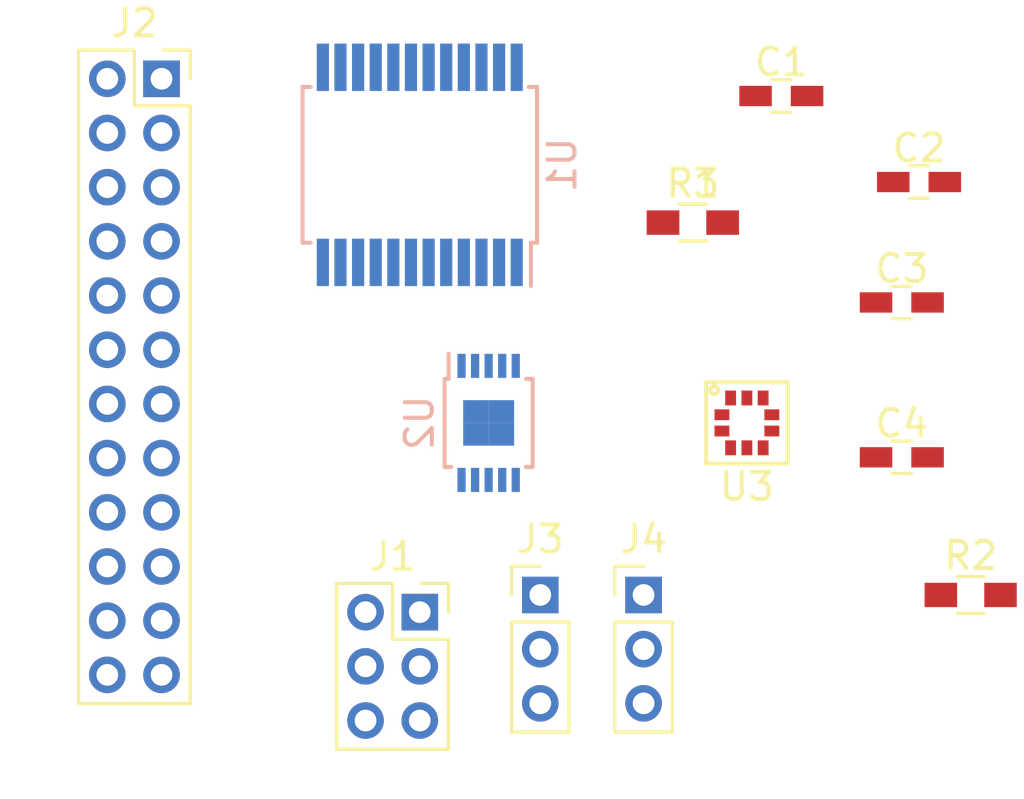
<source format=kicad_pcb>
(kicad_pcb (version 4) (host pcbnew 4.0.6)

  (general
    (links 51)
    (no_connects 51)
    (area 122.871667 96.645 160.925001 126.515)
    (thickness 1.6)
    (drawings 0)
    (tracks 0)
    (zones 0)
    (modules 14)
    (nets 44)
  )

  (page A4)
  (layers
    (0 F.Cu signal)
    (31 B.Cu signal)
    (32 B.Adhes user)
    (33 F.Adhes user)
    (34 B.Paste user)
    (35 F.Paste user)
    (36 B.SilkS user)
    (37 F.SilkS user)
    (38 B.Mask user)
    (39 F.Mask user)
    (40 Dwgs.User user)
    (41 Cmts.User user)
    (42 Eco1.User user)
    (43 Eco2.User user)
    (44 Edge.Cuts user)
    (45 Margin user)
    (46 B.CrtYd user)
    (47 F.CrtYd user)
    (48 B.Fab user)
    (49 F.Fab user)
  )

  (setup
    (last_trace_width 0.25)
    (trace_clearance 0.2)
    (zone_clearance 0.508)
    (zone_45_only no)
    (trace_min 0.2)
    (segment_width 0.2)
    (edge_width 0.1)
    (via_size 0.6)
    (via_drill 0.4)
    (via_min_size 0.4)
    (via_min_drill 0.3)
    (uvia_size 0.3)
    (uvia_drill 0.1)
    (uvias_allowed no)
    (uvia_min_size 0.2)
    (uvia_min_drill 0.1)
    (pcb_text_width 0.3)
    (pcb_text_size 1.5 1.5)
    (mod_edge_width 0.15)
    (mod_text_size 1 1)
    (mod_text_width 0.15)
    (pad_size 1.5 1.5)
    (pad_drill 0.6)
    (pad_to_mask_clearance 0)
    (aux_axis_origin 0 0)
    (visible_elements 7FFFFFFF)
    (pcbplotparams
      (layerselection 0x00030_80000001)
      (usegerberextensions false)
      (excludeedgelayer true)
      (linewidth 0.100000)
      (plotframeref false)
      (viasonmask false)
      (mode 1)
      (useauxorigin false)
      (hpglpennumber 1)
      (hpglpenspeed 20)
      (hpglpendiameter 15)
      (hpglpenoverlay 2)
      (psnegative false)
      (psa4output false)
      (plotreference true)
      (plotvalue true)
      (plotinvisibletext false)
      (padsonsilk false)
      (subtractmaskfromsilk false)
      (outputformat 1)
      (mirror false)
      (drillshape 1)
      (scaleselection 1)
      (outputdirectory ""))
  )

  (net 0 "")
  (net 1 "Net-(C1-Pad1)")
  (net 2 GND)
  (net 3 "Net-(C2-Pad1)")
  (net 4 /3V3)
  (net 5 "Net-(C4-Pad2)")
  (net 6 "Net-(J1-Pad3)")
  (net 7 "Net-(J1-Pad4)")
  (net 8 /VIN)
  (net 9 /5V)
  (net 10 /IO0)
  (net 11 /IO1)
  (net 12 /IO2)
  (net 13 /SDA)
  (net 14 /SCL)
  (net 15 /MOSI)
  (net 16 /MISO)
  (net 17 /SCK)
  (net 18 "Net-(J3-Pad2)")
  (net 19 "Net-(J4-Pad2)")
  (net 20 "Net-(R1-Pad1)")
  (net 21 "Net-(R2-Pad1)")
  (net 22 "Net-(R3-Pad2)")
  (net 23 "Net-(U1-Pad1)")
  (net 24 "Net-(U1-Pad2)")
  (net 25 "Net-(U1-Pad3)")
  (net 26 "Net-(U1-Pad4)")
  (net 27 "Net-(U1-Pad5)")
  (net 28 /IRQ)
  (net 29 /D0)
  (net 30 /D1)
  (net 31 /D2)
  (net 32 /D3)
  (net 33 "Net-(U1-Pad19)")
  (net 34 "Net-(U1-Pad20)")
  (net 35 "Net-(U1-Pad21)")
  (net 36 "Net-(U1-Pad22)")
  (net 37 "Net-(U1-Pad24)")
  (net 38 "Net-(U2-Pad2)")
  (net 39 /A0)
  (net 40 /A1)
  (net 41 /A2)
  (net 42 /A3)
  (net 43 "Net-(U3-Pad7)")

  (net_class Default "This is the default net class."
    (clearance 0.2)
    (trace_width 0.25)
    (via_dia 0.6)
    (via_drill 0.4)
    (uvia_dia 0.3)
    (uvia_drill 0.1)
    (add_net /3V3)
    (add_net /5V)
    (add_net /A0)
    (add_net /A1)
    (add_net /A2)
    (add_net /A3)
    (add_net /D0)
    (add_net /D1)
    (add_net /D2)
    (add_net /D3)
    (add_net /IO0)
    (add_net /IO1)
    (add_net /IO2)
    (add_net /IRQ)
    (add_net /MISO)
    (add_net /MOSI)
    (add_net /SCK)
    (add_net /SCL)
    (add_net /SDA)
    (add_net /VIN)
    (add_net GND)
    (add_net "Net-(C1-Pad1)")
    (add_net "Net-(C2-Pad1)")
    (add_net "Net-(C4-Pad2)")
    (add_net "Net-(J1-Pad3)")
    (add_net "Net-(J1-Pad4)")
    (add_net "Net-(J3-Pad2)")
    (add_net "Net-(J4-Pad2)")
    (add_net "Net-(R1-Pad1)")
    (add_net "Net-(R2-Pad1)")
    (add_net "Net-(R3-Pad2)")
    (add_net "Net-(U1-Pad1)")
    (add_net "Net-(U1-Pad19)")
    (add_net "Net-(U1-Pad2)")
    (add_net "Net-(U1-Pad20)")
    (add_net "Net-(U1-Pad21)")
    (add_net "Net-(U1-Pad22)")
    (add_net "Net-(U1-Pad24)")
    (add_net "Net-(U1-Pad3)")
    (add_net "Net-(U1-Pad4)")
    (add_net "Net-(U1-Pad5)")
    (add_net "Net-(U2-Pad2)")
    (add_net "Net-(U3-Pad7)")
  )

  (module Capacitors_SMD:C_0603_HandSoldering (layer F.Cu) (tedit 58AA848B) (tstamp 59385D50)
    (at 151.765 100.33)
    (descr "Capacitor SMD 0603, hand soldering")
    (tags "capacitor 0603")
    (path /593739F6)
    (attr smd)
    (fp_text reference C1 (at 0 -1.25) (layer F.SilkS)
      (effects (font (size 1 1) (thickness 0.15)))
    )
    (fp_text value 0.1u (at 0 1.5) (layer F.Fab)
      (effects (font (size 1 1) (thickness 0.15)))
    )
    (fp_text user %R (at 0 -1.25) (layer F.Fab)
      (effects (font (size 1 1) (thickness 0.15)))
    )
    (fp_line (start -0.8 0.4) (end -0.8 -0.4) (layer F.Fab) (width 0.1))
    (fp_line (start 0.8 0.4) (end -0.8 0.4) (layer F.Fab) (width 0.1))
    (fp_line (start 0.8 -0.4) (end 0.8 0.4) (layer F.Fab) (width 0.1))
    (fp_line (start -0.8 -0.4) (end 0.8 -0.4) (layer F.Fab) (width 0.1))
    (fp_line (start -0.35 -0.6) (end 0.35 -0.6) (layer F.SilkS) (width 0.12))
    (fp_line (start 0.35 0.6) (end -0.35 0.6) (layer F.SilkS) (width 0.12))
    (fp_line (start -1.8 -0.65) (end 1.8 -0.65) (layer F.CrtYd) (width 0.05))
    (fp_line (start -1.8 -0.65) (end -1.8 0.65) (layer F.CrtYd) (width 0.05))
    (fp_line (start 1.8 0.65) (end 1.8 -0.65) (layer F.CrtYd) (width 0.05))
    (fp_line (start 1.8 0.65) (end -1.8 0.65) (layer F.CrtYd) (width 0.05))
    (pad 1 smd rect (at -0.95 0) (size 1.2 0.75) (layers F.Cu F.Paste F.Mask)
      (net 1 "Net-(C1-Pad1)"))
    (pad 2 smd rect (at 0.95 0) (size 1.2 0.75) (layers F.Cu F.Paste F.Mask)
      (net 2 GND))
    (model Capacitors_SMD.3dshapes/C_0603.wrl
      (at (xyz 0 0 0))
      (scale (xyz 1 1 1))
      (rotate (xyz 0 0 0))
    )
  )

  (module Capacitors_SMD:C_0603_HandSoldering (layer F.Cu) (tedit 58AA848B) (tstamp 59385D56)
    (at 156.845 103.505)
    (descr "Capacitor SMD 0603, hand soldering")
    (tags "capacitor 0603")
    (path /59373AAD)
    (attr smd)
    (fp_text reference C2 (at 0 -1.25) (layer F.SilkS)
      (effects (font (size 1 1) (thickness 0.15)))
    )
    (fp_text value 0.1u (at 0 1.5) (layer F.Fab)
      (effects (font (size 1 1) (thickness 0.15)))
    )
    (fp_text user %R (at 0 -1.25) (layer F.Fab)
      (effects (font (size 1 1) (thickness 0.15)))
    )
    (fp_line (start -0.8 0.4) (end -0.8 -0.4) (layer F.Fab) (width 0.1))
    (fp_line (start 0.8 0.4) (end -0.8 0.4) (layer F.Fab) (width 0.1))
    (fp_line (start 0.8 -0.4) (end 0.8 0.4) (layer F.Fab) (width 0.1))
    (fp_line (start -0.8 -0.4) (end 0.8 -0.4) (layer F.Fab) (width 0.1))
    (fp_line (start -0.35 -0.6) (end 0.35 -0.6) (layer F.SilkS) (width 0.12))
    (fp_line (start 0.35 0.6) (end -0.35 0.6) (layer F.SilkS) (width 0.12))
    (fp_line (start -1.8 -0.65) (end 1.8 -0.65) (layer F.CrtYd) (width 0.05))
    (fp_line (start -1.8 -0.65) (end -1.8 0.65) (layer F.CrtYd) (width 0.05))
    (fp_line (start 1.8 0.65) (end 1.8 -0.65) (layer F.CrtYd) (width 0.05))
    (fp_line (start 1.8 0.65) (end -1.8 0.65) (layer F.CrtYd) (width 0.05))
    (pad 1 smd rect (at -0.95 0) (size 1.2 0.75) (layers F.Cu F.Paste F.Mask)
      (net 3 "Net-(C2-Pad1)"))
    (pad 2 smd rect (at 0.95 0) (size 1.2 0.75) (layers F.Cu F.Paste F.Mask)
      (net 2 GND))
    (model Capacitors_SMD.3dshapes/C_0603.wrl
      (at (xyz 0 0 0))
      (scale (xyz 1 1 1))
      (rotate (xyz 0 0 0))
    )
  )

  (module Capacitors_SMD:C_0603_HandSoldering (layer F.Cu) (tedit 58AA848B) (tstamp 59385D5C)
    (at 156.21 107.95)
    (descr "Capacitor SMD 0603, hand soldering")
    (tags "capacitor 0603")
    (path /5937178D)
    (attr smd)
    (fp_text reference C3 (at 0 -1.25) (layer F.SilkS)
      (effects (font (size 1 1) (thickness 0.15)))
    )
    (fp_text value 0.1u (at 0 1.5) (layer F.Fab)
      (effects (font (size 1 1) (thickness 0.15)))
    )
    (fp_text user %R (at 0 -1.25) (layer F.Fab)
      (effects (font (size 1 1) (thickness 0.15)))
    )
    (fp_line (start -0.8 0.4) (end -0.8 -0.4) (layer F.Fab) (width 0.1))
    (fp_line (start 0.8 0.4) (end -0.8 0.4) (layer F.Fab) (width 0.1))
    (fp_line (start 0.8 -0.4) (end 0.8 0.4) (layer F.Fab) (width 0.1))
    (fp_line (start -0.8 -0.4) (end 0.8 -0.4) (layer F.Fab) (width 0.1))
    (fp_line (start -0.35 -0.6) (end 0.35 -0.6) (layer F.SilkS) (width 0.12))
    (fp_line (start 0.35 0.6) (end -0.35 0.6) (layer F.SilkS) (width 0.12))
    (fp_line (start -1.8 -0.65) (end 1.8 -0.65) (layer F.CrtYd) (width 0.05))
    (fp_line (start -1.8 -0.65) (end -1.8 0.65) (layer F.CrtYd) (width 0.05))
    (fp_line (start 1.8 0.65) (end 1.8 -0.65) (layer F.CrtYd) (width 0.05))
    (fp_line (start 1.8 0.65) (end -1.8 0.65) (layer F.CrtYd) (width 0.05))
    (pad 1 smd rect (at -0.95 0) (size 1.2 0.75) (layers F.Cu F.Paste F.Mask)
      (net 4 /3V3))
    (pad 2 smd rect (at 0.95 0) (size 1.2 0.75) (layers F.Cu F.Paste F.Mask)
      (net 2 GND))
    (model Capacitors_SMD.3dshapes/C_0603.wrl
      (at (xyz 0 0 0))
      (scale (xyz 1 1 1))
      (rotate (xyz 0 0 0))
    )
  )

  (module Capacitors_SMD:C_0603_HandSoldering (layer F.Cu) (tedit 58AA848B) (tstamp 59385D62)
    (at 156.21 113.665)
    (descr "Capacitor SMD 0603, hand soldering")
    (tags "capacitor 0603")
    (path /5937425B)
    (attr smd)
    (fp_text reference C4 (at 0 -1.25) (layer F.SilkS)
      (effects (font (size 1 1) (thickness 0.15)))
    )
    (fp_text value 0.1u (at 0 1.5) (layer F.Fab)
      (effects (font (size 1 1) (thickness 0.15)))
    )
    (fp_text user %R (at 0 -1.25) (layer F.Fab)
      (effects (font (size 1 1) (thickness 0.15)))
    )
    (fp_line (start -0.8 0.4) (end -0.8 -0.4) (layer F.Fab) (width 0.1))
    (fp_line (start 0.8 0.4) (end -0.8 0.4) (layer F.Fab) (width 0.1))
    (fp_line (start 0.8 -0.4) (end 0.8 0.4) (layer F.Fab) (width 0.1))
    (fp_line (start -0.8 -0.4) (end 0.8 -0.4) (layer F.Fab) (width 0.1))
    (fp_line (start -0.35 -0.6) (end 0.35 -0.6) (layer F.SilkS) (width 0.12))
    (fp_line (start 0.35 0.6) (end -0.35 0.6) (layer F.SilkS) (width 0.12))
    (fp_line (start -1.8 -0.65) (end 1.8 -0.65) (layer F.CrtYd) (width 0.05))
    (fp_line (start -1.8 -0.65) (end -1.8 0.65) (layer F.CrtYd) (width 0.05))
    (fp_line (start 1.8 0.65) (end 1.8 -0.65) (layer F.CrtYd) (width 0.05))
    (fp_line (start 1.8 0.65) (end -1.8 0.65) (layer F.CrtYd) (width 0.05))
    (pad 1 smd rect (at -0.95 0) (size 1.2 0.75) (layers F.Cu F.Paste F.Mask)
      (net 4 /3V3))
    (pad 2 smd rect (at 0.95 0) (size 1.2 0.75) (layers F.Cu F.Paste F.Mask)
      (net 5 "Net-(C4-Pad2)"))
    (model Capacitors_SMD.3dshapes/C_0603.wrl
      (at (xyz 0 0 0))
      (scale (xyz 1 1 1))
      (rotate (xyz 0 0 0))
    )
  )

  (module Socket_Strips:Socket_Strip_Straight_2x03_Pitch2.00mm (layer F.Cu) (tedit 58CD544F) (tstamp 59385D6C)
    (at 138.43 119.38)
    (descr "Through hole straight socket strip, 2x03, 2.00mm pitch, double rows")
    (tags "Through hole socket strip THT 2x03 2.00mm double row")
    (path /5936FD8C)
    (fp_text reference J1 (at -1 -2.06) (layer F.SilkS)
      (effects (font (size 1 1) (thickness 0.15)))
    )
    (fp_text value CONN_02X03 (at -1 6.06) (layer F.Fab)
      (effects (font (size 1 1) (thickness 0.15)))
    )
    (fp_line (start -3 -1) (end -3 5) (layer F.Fab) (width 0.1))
    (fp_line (start -3 5) (end 1 5) (layer F.Fab) (width 0.1))
    (fp_line (start 1 5) (end 1 -1) (layer F.Fab) (width 0.1))
    (fp_line (start 1 -1) (end -3 -1) (layer F.Fab) (width 0.1))
    (fp_line (start 1.06 1) (end 1.06 5.06) (layer F.SilkS) (width 0.12))
    (fp_line (start 1.06 5.06) (end -3.06 5.06) (layer F.SilkS) (width 0.12))
    (fp_line (start -3.06 5.06) (end -3.06 -1.06) (layer F.SilkS) (width 0.12))
    (fp_line (start -3.06 -1.06) (end -1 -1.06) (layer F.SilkS) (width 0.12))
    (fp_line (start -1 -1.06) (end -1 1) (layer F.SilkS) (width 0.12))
    (fp_line (start -1 1) (end 1.06 1) (layer F.SilkS) (width 0.12))
    (fp_line (start 1.06 0) (end 1.06 -1.06) (layer F.SilkS) (width 0.12))
    (fp_line (start 1.06 -1.06) (end 0.06 -1.06) (layer F.SilkS) (width 0.12))
    (fp_line (start -3.5 -1.5) (end -3.5 5.5) (layer F.CrtYd) (width 0.05))
    (fp_line (start -3.5 5.5) (end 1.5 5.5) (layer F.CrtYd) (width 0.05))
    (fp_line (start 1.5 5.5) (end 1.5 -1.5) (layer F.CrtYd) (width 0.05))
    (fp_line (start 1.5 -1.5) (end -3.5 -1.5) (layer F.CrtYd) (width 0.05))
    (fp_text user %R (at -1 -2.06) (layer F.Fab)
      (effects (font (size 1 1) (thickness 0.15)))
    )
    (pad 1 thru_hole rect (at 0 0) (size 1.35 1.35) (drill 0.8) (layers *.Cu *.Mask)
      (net 4 /3V3))
    (pad 2 thru_hole oval (at -2 0) (size 1.35 1.35) (drill 0.8) (layers *.Cu *.Mask)
      (net 4 /3V3))
    (pad 3 thru_hole oval (at 0 2) (size 1.35 1.35) (drill 0.8) (layers *.Cu *.Mask)
      (net 6 "Net-(J1-Pad3)"))
    (pad 4 thru_hole oval (at -2 2) (size 1.35 1.35) (drill 0.8) (layers *.Cu *.Mask)
      (net 7 "Net-(J1-Pad4)"))
    (pad 5 thru_hole oval (at 0 4) (size 1.35 1.35) (drill 0.8) (layers *.Cu *.Mask)
      (net 2 GND))
    (pad 6 thru_hole oval (at -2 4) (size 1.35 1.35) (drill 0.8) (layers *.Cu *.Mask)
      (net 2 GND))
    (model ${KISYS3DMOD}/Socket_Strips.3dshapes/Socket_Strip_Straight_2x03_Pitch2.00mm.wrl
      (at (xyz 0 0 0))
      (scale (xyz 1 1 1))
      (rotate (xyz 0 0 0))
    )
  )

  (module Socket_Strips:Socket_Strip_Straight_2x12_Pitch2.00mm (layer F.Cu) (tedit 58CD5450) (tstamp 59385D88)
    (at 128.905 99.695)
    (descr "Through hole straight socket strip, 2x12, 2.00mm pitch, double rows")
    (tags "Through hole socket strip THT 2x12 2.00mm double row")
    (path /59386C97)
    (fp_text reference J2 (at -1 -2.06) (layer F.SilkS)
      (effects (font (size 1 1) (thickness 0.15)))
    )
    (fp_text value CONN_02X12 (at -1 24.06) (layer F.Fab)
      (effects (font (size 1 1) (thickness 0.15)))
    )
    (fp_line (start -3 -1) (end -3 23) (layer F.Fab) (width 0.1))
    (fp_line (start -3 23) (end 1 23) (layer F.Fab) (width 0.1))
    (fp_line (start 1 23) (end 1 -1) (layer F.Fab) (width 0.1))
    (fp_line (start 1 -1) (end -3 -1) (layer F.Fab) (width 0.1))
    (fp_line (start 1.06 1) (end 1.06 23.06) (layer F.SilkS) (width 0.12))
    (fp_line (start 1.06 23.06) (end -3.06 23.06) (layer F.SilkS) (width 0.12))
    (fp_line (start -3.06 23.06) (end -3.06 -1.06) (layer F.SilkS) (width 0.12))
    (fp_line (start -3.06 -1.06) (end -1 -1.06) (layer F.SilkS) (width 0.12))
    (fp_line (start -1 -1.06) (end -1 1) (layer F.SilkS) (width 0.12))
    (fp_line (start -1 1) (end 1.06 1) (layer F.SilkS) (width 0.12))
    (fp_line (start 1.06 0) (end 1.06 -1.06) (layer F.SilkS) (width 0.12))
    (fp_line (start 1.06 -1.06) (end 0.06 -1.06) (layer F.SilkS) (width 0.12))
    (fp_line (start -3.5 -1.5) (end -3.5 23.5) (layer F.CrtYd) (width 0.05))
    (fp_line (start -3.5 23.5) (end 1.5 23.5) (layer F.CrtYd) (width 0.05))
    (fp_line (start 1.5 23.5) (end 1.5 -1.5) (layer F.CrtYd) (width 0.05))
    (fp_line (start 1.5 -1.5) (end -3.5 -1.5) (layer F.CrtYd) (width 0.05))
    (fp_text user %R (at -1 -2.06) (layer F.Fab)
      (effects (font (size 1 1) (thickness 0.15)))
    )
    (pad 1 thru_hole rect (at 0 0) (size 1.35 1.35) (drill 0.8) (layers *.Cu *.Mask)
      (net 8 /VIN))
    (pad 2 thru_hole oval (at -2 0) (size 1.35 1.35) (drill 0.8) (layers *.Cu *.Mask)
      (net 8 /VIN))
    (pad 3 thru_hole oval (at 0 2) (size 1.35 1.35) (drill 0.8) (layers *.Cu *.Mask)
      (net 9 /5V))
    (pad 4 thru_hole oval (at -2 2) (size 1.35 1.35) (drill 0.8) (layers *.Cu *.Mask)
      (net 9 /5V))
    (pad 5 thru_hole oval (at 0 4) (size 1.35 1.35) (drill 0.8) (layers *.Cu *.Mask)
      (net 4 /3V3))
    (pad 6 thru_hole oval (at -2 4) (size 1.35 1.35) (drill 0.8) (layers *.Cu *.Mask)
      (net 4 /3V3))
    (pad 7 thru_hole oval (at 0 6) (size 1.35 1.35) (drill 0.8) (layers *.Cu *.Mask)
      (net 2 GND))
    (pad 8 thru_hole oval (at -2 6) (size 1.35 1.35) (drill 0.8) (layers *.Cu *.Mask)
      (net 2 GND))
    (pad 9 thru_hole oval (at 0 8) (size 1.35 1.35) (drill 0.8) (layers *.Cu *.Mask)
      (net 10 /IO0))
    (pad 10 thru_hole oval (at -2 8) (size 1.35 1.35) (drill 0.8) (layers *.Cu *.Mask)
      (net 10 /IO0))
    (pad 11 thru_hole oval (at 0 10) (size 1.35 1.35) (drill 0.8) (layers *.Cu *.Mask)
      (net 11 /IO1))
    (pad 12 thru_hole oval (at -2 10) (size 1.35 1.35) (drill 0.8) (layers *.Cu *.Mask)
      (net 11 /IO1))
    (pad 13 thru_hole oval (at 0 12) (size 1.35 1.35) (drill 0.8) (layers *.Cu *.Mask)
      (net 12 /IO2))
    (pad 14 thru_hole oval (at -2 12) (size 1.35 1.35) (drill 0.8) (layers *.Cu *.Mask)
      (net 12 /IO2))
    (pad 15 thru_hole oval (at 0 14) (size 1.35 1.35) (drill 0.8) (layers *.Cu *.Mask)
      (net 13 /SDA))
    (pad 16 thru_hole oval (at -2 14) (size 1.35 1.35) (drill 0.8) (layers *.Cu *.Mask)
      (net 13 /SDA))
    (pad 17 thru_hole oval (at 0 16) (size 1.35 1.35) (drill 0.8) (layers *.Cu *.Mask)
      (net 14 /SCL))
    (pad 18 thru_hole oval (at -2 16) (size 1.35 1.35) (drill 0.8) (layers *.Cu *.Mask)
      (net 14 /SCL))
    (pad 19 thru_hole oval (at 0 18) (size 1.35 1.35) (drill 0.8) (layers *.Cu *.Mask)
      (net 15 /MOSI))
    (pad 20 thru_hole oval (at -2 18) (size 1.35 1.35) (drill 0.8) (layers *.Cu *.Mask)
      (net 15 /MOSI))
    (pad 21 thru_hole oval (at 0 20) (size 1.35 1.35) (drill 0.8) (layers *.Cu *.Mask)
      (net 16 /MISO))
    (pad 22 thru_hole oval (at -2 20) (size 1.35 1.35) (drill 0.8) (layers *.Cu *.Mask)
      (net 16 /MISO))
    (pad 23 thru_hole oval (at 0 22) (size 1.35 1.35) (drill 0.8) (layers *.Cu *.Mask)
      (net 17 /SCK))
    (pad 24 thru_hole oval (at -2 22) (size 1.35 1.35) (drill 0.8) (layers *.Cu *.Mask)
      (net 17 /SCK))
    (model ${KISYS3DMOD}/Socket_Strips.3dshapes/Socket_Strip_Straight_2x12_Pitch2.00mm.wrl
      (at (xyz 0 0 0))
      (scale (xyz 1 1 1))
      (rotate (xyz 0 0 0))
    )
  )

  (module Socket_Strips:Socket_Strip_Straight_1x03_Pitch2.00mm (layer F.Cu) (tedit 58CD544C) (tstamp 59385D8F)
    (at 142.875 118.745)
    (descr "Through hole straight socket strip, 1x03, 2.00mm pitch, single row")
    (tags "Through hole socket strip THT 1x03 2.00mm single row")
    (path /59371539)
    (fp_text reference J3 (at 0 -2.06) (layer F.SilkS)
      (effects (font (size 1 1) (thickness 0.15)))
    )
    (fp_text value CONN_01X03 (at 0 6.06) (layer F.Fab)
      (effects (font (size 1 1) (thickness 0.15)))
    )
    (fp_line (start -1 -1) (end -1 5) (layer F.Fab) (width 0.1))
    (fp_line (start -1 5) (end 1 5) (layer F.Fab) (width 0.1))
    (fp_line (start 1 5) (end 1 -1) (layer F.Fab) (width 0.1))
    (fp_line (start 1 -1) (end -1 -1) (layer F.Fab) (width 0.1))
    (fp_line (start -1.06 1) (end -1.06 5.06) (layer F.SilkS) (width 0.12))
    (fp_line (start -1.06 5.06) (end 1.06 5.06) (layer F.SilkS) (width 0.12))
    (fp_line (start 1.06 5.06) (end 1.06 1) (layer F.SilkS) (width 0.12))
    (fp_line (start 1.06 1) (end -1.06 1) (layer F.SilkS) (width 0.12))
    (fp_line (start -1.06 0) (end -1.06 -1.06) (layer F.SilkS) (width 0.12))
    (fp_line (start -1.06 -1.06) (end 0 -1.06) (layer F.SilkS) (width 0.12))
    (fp_line (start -1.5 -1.5) (end -1.5 5.5) (layer F.CrtYd) (width 0.05))
    (fp_line (start -1.5 5.5) (end 1.5 5.5) (layer F.CrtYd) (width 0.05))
    (fp_line (start 1.5 5.5) (end 1.5 -1.5) (layer F.CrtYd) (width 0.05))
    (fp_line (start 1.5 -1.5) (end -1.5 -1.5) (layer F.CrtYd) (width 0.05))
    (fp_text user %R (at 0 -2.06) (layer F.Fab)
      (effects (font (size 1 1) (thickness 0.15)))
    )
    (pad 1 thru_hole rect (at 0 0) (size 1.35 1.35) (drill 0.8) (layers *.Cu *.Mask)
      (net 4 /3V3))
    (pad 2 thru_hole oval (at 0 2) (size 1.35 1.35) (drill 0.8) (layers *.Cu *.Mask)
      (net 18 "Net-(J3-Pad2)"))
    (pad 3 thru_hole oval (at 0 4) (size 1.35 1.35) (drill 0.8) (layers *.Cu *.Mask)
      (net 2 GND))
    (model ${KISYS3DMOD}/Socket_Strips.3dshapes/Socket_Strip_Straight_1x03_Pitch2.00mm.wrl
      (at (xyz 0 0 0))
      (scale (xyz 1 1 1))
      (rotate (xyz 0 0 0))
    )
  )

  (module Socket_Strips:Socket_Strip_Straight_1x03_Pitch2.00mm (layer F.Cu) (tedit 58CD544C) (tstamp 59385D96)
    (at 146.685 118.745)
    (descr "Through hole straight socket strip, 1x03, 2.00mm pitch, single row")
    (tags "Through hole socket strip THT 1x03 2.00mm single row")
    (path /59373FB6)
    (fp_text reference J4 (at 0 -2.06) (layer F.SilkS)
      (effects (font (size 1 1) (thickness 0.15)))
    )
    (fp_text value CONN_01X03 (at 0 6.06) (layer F.Fab)
      (effects (font (size 1 1) (thickness 0.15)))
    )
    (fp_line (start -1 -1) (end -1 5) (layer F.Fab) (width 0.1))
    (fp_line (start -1 5) (end 1 5) (layer F.Fab) (width 0.1))
    (fp_line (start 1 5) (end 1 -1) (layer F.Fab) (width 0.1))
    (fp_line (start 1 -1) (end -1 -1) (layer F.Fab) (width 0.1))
    (fp_line (start -1.06 1) (end -1.06 5.06) (layer F.SilkS) (width 0.12))
    (fp_line (start -1.06 5.06) (end 1.06 5.06) (layer F.SilkS) (width 0.12))
    (fp_line (start 1.06 5.06) (end 1.06 1) (layer F.SilkS) (width 0.12))
    (fp_line (start 1.06 1) (end -1.06 1) (layer F.SilkS) (width 0.12))
    (fp_line (start -1.06 0) (end -1.06 -1.06) (layer F.SilkS) (width 0.12))
    (fp_line (start -1.06 -1.06) (end 0 -1.06) (layer F.SilkS) (width 0.12))
    (fp_line (start -1.5 -1.5) (end -1.5 5.5) (layer F.CrtYd) (width 0.05))
    (fp_line (start -1.5 5.5) (end 1.5 5.5) (layer F.CrtYd) (width 0.05))
    (fp_line (start 1.5 5.5) (end 1.5 -1.5) (layer F.CrtYd) (width 0.05))
    (fp_line (start 1.5 -1.5) (end -1.5 -1.5) (layer F.CrtYd) (width 0.05))
    (fp_text user %R (at 0 -2.06) (layer F.Fab)
      (effects (font (size 1 1) (thickness 0.15)))
    )
    (pad 1 thru_hole rect (at 0 0) (size 1.35 1.35) (drill 0.8) (layers *.Cu *.Mask)
      (net 5 "Net-(C4-Pad2)"))
    (pad 2 thru_hole oval (at 0 2) (size 1.35 1.35) (drill 0.8) (layers *.Cu *.Mask)
      (net 19 "Net-(J4-Pad2)"))
    (pad 3 thru_hole oval (at 0 4) (size 1.35 1.35) (drill 0.8) (layers *.Cu *.Mask)
      (net 4 /3V3))
    (model ${KISYS3DMOD}/Socket_Strips.3dshapes/Socket_Strip_Straight_1x03_Pitch2.00mm.wrl
      (at (xyz 0 0 0))
      (scale (xyz 1 1 1))
      (rotate (xyz 0 0 0))
    )
  )

  (module Resistors_SMD:R_0603_HandSoldering (layer F.Cu) (tedit 58E0A804) (tstamp 59385D9C)
    (at 148.5011 105.0036)
    (descr "Resistor SMD 0603, hand soldering")
    (tags "resistor 0603")
    (path /5937093E)
    (attr smd)
    (fp_text reference R1 (at 0 -1.45) (layer F.SilkS)
      (effects (font (size 1 1) (thickness 0.15)))
    )
    (fp_text value 10k (at 0 1.55) (layer F.Fab)
      (effects (font (size 1 1) (thickness 0.15)))
    )
    (fp_text user %R (at 0 0) (layer F.Fab)
      (effects (font (size 0.5 0.5) (thickness 0.075)))
    )
    (fp_line (start -0.8 0.4) (end -0.8 -0.4) (layer F.Fab) (width 0.1))
    (fp_line (start 0.8 0.4) (end -0.8 0.4) (layer F.Fab) (width 0.1))
    (fp_line (start 0.8 -0.4) (end 0.8 0.4) (layer F.Fab) (width 0.1))
    (fp_line (start -0.8 -0.4) (end 0.8 -0.4) (layer F.Fab) (width 0.1))
    (fp_line (start 0.5 0.68) (end -0.5 0.68) (layer F.SilkS) (width 0.12))
    (fp_line (start -0.5 -0.68) (end 0.5 -0.68) (layer F.SilkS) (width 0.12))
    (fp_line (start -1.96 -0.7) (end 1.95 -0.7) (layer F.CrtYd) (width 0.05))
    (fp_line (start -1.96 -0.7) (end -1.96 0.7) (layer F.CrtYd) (width 0.05))
    (fp_line (start 1.95 0.7) (end 1.95 -0.7) (layer F.CrtYd) (width 0.05))
    (fp_line (start 1.95 0.7) (end -1.96 0.7) (layer F.CrtYd) (width 0.05))
    (pad 1 smd rect (at -1.1 0) (size 1.2 0.9) (layers F.Cu F.Paste F.Mask)
      (net 20 "Net-(R1-Pad1)"))
    (pad 2 smd rect (at 1.1 0) (size 1.2 0.9) (layers F.Cu F.Paste F.Mask)
      (net 4 /3V3))
    (model ${KISYS3DMOD}/Resistors_SMD.3dshapes/R_0603.wrl
      (at (xyz 0 0 0))
      (scale (xyz 1 1 1))
      (rotate (xyz 0 0 0))
    )
  )

  (module Resistors_SMD:R_0603_HandSoldering (layer F.Cu) (tedit 58E0A804) (tstamp 59385DA2)
    (at 158.75 118.745)
    (descr "Resistor SMD 0603, hand soldering")
    (tags "resistor 0603")
    (path /5936FF89)
    (attr smd)
    (fp_text reference R2 (at 0 -1.45) (layer F.SilkS)
      (effects (font (size 1 1) (thickness 0.15)))
    )
    (fp_text value 10k (at 0 1.55) (layer F.Fab)
      (effects (font (size 1 1) (thickness 0.15)))
    )
    (fp_text user %R (at 0 0) (layer F.Fab)
      (effects (font (size 0.5 0.5) (thickness 0.075)))
    )
    (fp_line (start -0.8 0.4) (end -0.8 -0.4) (layer F.Fab) (width 0.1))
    (fp_line (start 0.8 0.4) (end -0.8 0.4) (layer F.Fab) (width 0.1))
    (fp_line (start 0.8 -0.4) (end 0.8 0.4) (layer F.Fab) (width 0.1))
    (fp_line (start -0.8 -0.4) (end 0.8 -0.4) (layer F.Fab) (width 0.1))
    (fp_line (start 0.5 0.68) (end -0.5 0.68) (layer F.SilkS) (width 0.12))
    (fp_line (start -0.5 -0.68) (end 0.5 -0.68) (layer F.SilkS) (width 0.12))
    (fp_line (start -1.96 -0.7) (end 1.95 -0.7) (layer F.CrtYd) (width 0.05))
    (fp_line (start -1.96 -0.7) (end -1.96 0.7) (layer F.CrtYd) (width 0.05))
    (fp_line (start 1.95 0.7) (end 1.95 -0.7) (layer F.CrtYd) (width 0.05))
    (fp_line (start 1.95 0.7) (end -1.96 0.7) (layer F.CrtYd) (width 0.05))
    (pad 1 smd rect (at -1.1 0) (size 1.2 0.9) (layers F.Cu F.Paste F.Mask)
      (net 21 "Net-(R2-Pad1)"))
    (pad 2 smd rect (at 1.1 0) (size 1.2 0.9) (layers F.Cu F.Paste F.Mask)
      (net 4 /3V3))
    (model ${KISYS3DMOD}/Resistors_SMD.3dshapes/R_0603.wrl
      (at (xyz 0 0 0))
      (scale (xyz 1 1 1))
      (rotate (xyz 0 0 0))
    )
  )

  (module Resistors_SMD:R_0603_HandSoldering (layer F.Cu) (tedit 58E0A804) (tstamp 59385DA8)
    (at 148.5011 105.0036)
    (descr "Resistor SMD 0603, hand soldering")
    (tags "resistor 0603")
    (path /59374A12)
    (attr smd)
    (fp_text reference R3 (at 0 -1.45) (layer F.SilkS)
      (effects (font (size 1 1) (thickness 0.15)))
    )
    (fp_text value 10k (at 0 1.55) (layer F.Fab)
      (effects (font (size 1 1) (thickness 0.15)))
    )
    (fp_text user %R (at 0 0) (layer F.Fab)
      (effects (font (size 0.5 0.5) (thickness 0.075)))
    )
    (fp_line (start -0.8 0.4) (end -0.8 -0.4) (layer F.Fab) (width 0.1))
    (fp_line (start 0.8 0.4) (end -0.8 0.4) (layer F.Fab) (width 0.1))
    (fp_line (start 0.8 -0.4) (end 0.8 0.4) (layer F.Fab) (width 0.1))
    (fp_line (start -0.8 -0.4) (end 0.8 -0.4) (layer F.Fab) (width 0.1))
    (fp_line (start 0.5 0.68) (end -0.5 0.68) (layer F.SilkS) (width 0.12))
    (fp_line (start -0.5 -0.68) (end 0.5 -0.68) (layer F.SilkS) (width 0.12))
    (fp_line (start -1.96 -0.7) (end 1.95 -0.7) (layer F.CrtYd) (width 0.05))
    (fp_line (start -1.96 -0.7) (end -1.96 0.7) (layer F.CrtYd) (width 0.05))
    (fp_line (start 1.95 0.7) (end 1.95 -0.7) (layer F.CrtYd) (width 0.05))
    (fp_line (start 1.95 0.7) (end -1.96 0.7) (layer F.CrtYd) (width 0.05))
    (pad 1 smd rect (at -1.1 0) (size 1.2 0.9) (layers F.Cu F.Paste F.Mask)
      (net 4 /3V3))
    (pad 2 smd rect (at 1.1 0) (size 1.2 0.9) (layers F.Cu F.Paste F.Mask)
      (net 22 "Net-(R3-Pad2)"))
    (model ${KISYS3DMOD}/Resistors_SMD.3dshapes/R_0603.wrl
      (at (xyz 0 0 0))
      (scale (xyz 1 1 1))
      (rotate (xyz 0 0 0))
    )
  )

  (module Housings_SSOP:SSOP-24_5.3x8.2mm_Pitch0.65mm (layer B.Cu) (tedit 54130A77) (tstamp 59385DC4)
    (at 138.43 102.87 90)
    (descr "24-Lead Plastic Shrink Small Outline (SS)-5.30 mm Body [SSOP] (see Microchip Packaging Specification 00000049BS.pdf)")
    (tags "SSOP 0.65")
    (path /5936FAF2)
    (attr smd)
    (fp_text reference U1 (at 0 5.25 90) (layer B.SilkS)
      (effects (font (size 1 1) (thickness 0.15)) (justify mirror))
    )
    (fp_text value MAX3107_SSOP (at 0 -5.25 90) (layer B.Fab)
      (effects (font (size 1 1) (thickness 0.15)) (justify mirror))
    )
    (fp_line (start -1.65 4.1) (end 2.65 4.1) (layer B.Fab) (width 0.15))
    (fp_line (start 2.65 4.1) (end 2.65 -4.1) (layer B.Fab) (width 0.15))
    (fp_line (start 2.65 -4.1) (end -2.65 -4.1) (layer B.Fab) (width 0.15))
    (fp_line (start -2.65 -4.1) (end -2.65 3.1) (layer B.Fab) (width 0.15))
    (fp_line (start -2.65 3.1) (end -1.65 4.1) (layer B.Fab) (width 0.15))
    (fp_line (start -4.75 4.5) (end -4.75 -4.5) (layer B.CrtYd) (width 0.05))
    (fp_line (start 4.75 4.5) (end 4.75 -4.5) (layer B.CrtYd) (width 0.05))
    (fp_line (start -4.75 4.5) (end 4.75 4.5) (layer B.CrtYd) (width 0.05))
    (fp_line (start -4.75 -4.5) (end 4.75 -4.5) (layer B.CrtYd) (width 0.05))
    (fp_line (start -2.875 4.325) (end -2.875 4.1) (layer B.SilkS) (width 0.15))
    (fp_line (start 2.875 4.325) (end 2.875 4.025) (layer B.SilkS) (width 0.15))
    (fp_line (start 2.875 -4.325) (end 2.875 -4.025) (layer B.SilkS) (width 0.15))
    (fp_line (start -2.875 -4.325) (end -2.875 -4.025) (layer B.SilkS) (width 0.15))
    (fp_line (start -2.875 4.325) (end 2.875 4.325) (layer B.SilkS) (width 0.15))
    (fp_line (start -2.875 -4.325) (end 2.875 -4.325) (layer B.SilkS) (width 0.15))
    (fp_line (start -2.875 4.1) (end -4.475 4.1) (layer B.SilkS) (width 0.15))
    (fp_text user %R (at 0 0 90) (layer B.Fab)
      (effects (font (size 0.8 0.8) (thickness 0.15)) (justify mirror))
    )
    (pad 1 smd rect (at -3.6 3.575 90) (size 1.75 0.45) (layers B.Cu B.Paste B.Mask)
      (net 23 "Net-(U1-Pad1)"))
    (pad 2 smd rect (at -3.6 2.925 90) (size 1.75 0.45) (layers B.Cu B.Paste B.Mask)
      (net 24 "Net-(U1-Pad2)"))
    (pad 3 smd rect (at -3.6 2.275 90) (size 1.75 0.45) (layers B.Cu B.Paste B.Mask)
      (net 25 "Net-(U1-Pad3)"))
    (pad 4 smd rect (at -3.6 1.625 90) (size 1.75 0.45) (layers B.Cu B.Paste B.Mask)
      (net 26 "Net-(U1-Pad4)"))
    (pad 5 smd rect (at -3.6 0.975 90) (size 1.75 0.45) (layers B.Cu B.Paste B.Mask)
      (net 27 "Net-(U1-Pad5)"))
    (pad 6 smd rect (at -3.6 0.325 90) (size 1.75 0.45) (layers B.Cu B.Paste B.Mask)
      (net 20 "Net-(R1-Pad1)"))
    (pad 7 smd rect (at -3.6 -0.325 90) (size 1.75 0.45) (layers B.Cu B.Paste B.Mask)
      (net 13 /SDA))
    (pad 8 smd rect (at -3.6 -0.975 90) (size 1.75 0.45) (layers B.Cu B.Paste B.Mask)
      (net 14 /SCL))
    (pad 9 smd rect (at -3.6 -1.625 90) (size 1.75 0.45) (layers B.Cu B.Paste B.Mask)
      (net 6 "Net-(J1-Pad3)"))
    (pad 10 smd rect (at -3.6 -2.275 90) (size 1.75 0.45) (layers B.Cu B.Paste B.Mask)
      (net 7 "Net-(J1-Pad4)"))
    (pad 11 smd rect (at -3.6 -2.925 90) (size 1.75 0.45) (layers B.Cu B.Paste B.Mask)
      (net 28 /IRQ))
    (pad 12 smd rect (at -3.6 -3.575 90) (size 1.75 0.45) (layers B.Cu B.Paste B.Mask)
      (net 21 "Net-(R2-Pad1)"))
    (pad 13 smd rect (at 3.6 -3.575 90) (size 1.75 0.45) (layers B.Cu B.Paste B.Mask)
      (net 4 /3V3))
    (pad 14 smd rect (at 3.6 -2.925 90) (size 1.75 0.45) (layers B.Cu B.Paste B.Mask)
      (net 2 GND))
    (pad 15 smd rect (at 3.6 -2.275 90) (size 1.75 0.45) (layers B.Cu B.Paste B.Mask)
      (net 29 /D0))
    (pad 16 smd rect (at 3.6 -1.625 90) (size 1.75 0.45) (layers B.Cu B.Paste B.Mask)
      (net 30 /D1))
    (pad 17 smd rect (at 3.6 -0.975 90) (size 1.75 0.45) (layers B.Cu B.Paste B.Mask)
      (net 31 /D2))
    (pad 18 smd rect (at 3.6 -0.325 90) (size 1.75 0.45) (layers B.Cu B.Paste B.Mask)
      (net 32 /D3))
    (pad 19 smd rect (at 3.6 0.325 90) (size 1.75 0.45) (layers B.Cu B.Paste B.Mask)
      (net 33 "Net-(U1-Pad19)"))
    (pad 20 smd rect (at 3.6 0.975 90) (size 1.75 0.45) (layers B.Cu B.Paste B.Mask)
      (net 34 "Net-(U1-Pad20)"))
    (pad 21 smd rect (at 3.6 1.625 90) (size 1.75 0.45) (layers B.Cu B.Paste B.Mask)
      (net 35 "Net-(U1-Pad21)"))
    (pad 22 smd rect (at 3.6 2.275 90) (size 1.75 0.45) (layers B.Cu B.Paste B.Mask)
      (net 36 "Net-(U1-Pad22)"))
    (pad 23 smd rect (at 3.6 2.925 90) (size 1.75 0.45) (layers B.Cu B.Paste B.Mask)
      (net 4 /3V3))
    (pad 24 smd rect (at 3.6 3.575 90) (size 1.75 0.45) (layers B.Cu B.Paste B.Mask)
      (net 37 "Net-(U1-Pad24)"))
    (model ${KISYS3DMOD}/Housings_SSOP.3dshapes/SSOP-24_5.3x8.2mm_Pitch0.65mm.wrl
      (at (xyz 0 0 0))
      (scale (xyz 1 1 1))
      (rotate (xyz 0 0 0))
    )
  )

  (module Housings_SSOP:MSOP-10-1EP_3x3mm_Pitch0.5mm (layer B.Cu) (tedit 57AFAE31) (tstamp 59385DD6)
    (at 140.97 112.395 270)
    (descr "MSE Package; 10-Lead Plastic MSOP, Exposed Die Pad (see Linear Technology 05081664_I_MSE.pdf)")
    (tags "SSOP 0.5")
    (path /5936FB7D)
    (attr smd)
    (fp_text reference U2 (at 0 2.55 270) (layer B.SilkS)
      (effects (font (size 1 1) (thickness 0.15)) (justify mirror))
    )
    (fp_text value ADS1015_VSSOP (at 0 -2.55 270) (layer B.Fab)
      (effects (font (size 1 1) (thickness 0.15)) (justify mirror))
    )
    (fp_line (start -0.5 1.5) (end 1.5 1.5) (layer B.Fab) (width 0.15))
    (fp_line (start 1.5 1.5) (end 1.5 -1.5) (layer B.Fab) (width 0.15))
    (fp_line (start 1.5 -1.5) (end -1.5 -1.5) (layer B.Fab) (width 0.15))
    (fp_line (start -1.5 -1.5) (end -1.5 0.5) (layer B.Fab) (width 0.15))
    (fp_line (start -1.5 0.5) (end -0.5 1.5) (layer B.Fab) (width 0.15))
    (fp_line (start -2.8 1.8) (end -2.8 -1.8) (layer B.CrtYd) (width 0.05))
    (fp_line (start 2.8 1.8) (end 2.8 -1.8) (layer B.CrtYd) (width 0.05))
    (fp_line (start -2.8 1.8) (end 2.8 1.8) (layer B.CrtYd) (width 0.05))
    (fp_line (start -2.8 -1.8) (end 2.8 -1.8) (layer B.CrtYd) (width 0.05))
    (fp_line (start -1.625 1.625) (end -1.625 1.475) (layer B.SilkS) (width 0.15))
    (fp_line (start 1.625 1.625) (end 1.625 1.3775) (layer B.SilkS) (width 0.15))
    (fp_line (start 1.625 -1.625) (end 1.625 -1.3775) (layer B.SilkS) (width 0.15))
    (fp_line (start -1.625 -1.625) (end -1.625 -1.3775) (layer B.SilkS) (width 0.15))
    (fp_line (start -1.625 1.625) (end 1.625 1.625) (layer B.SilkS) (width 0.15))
    (fp_line (start -1.625 -1.625) (end 1.625 -1.625) (layer B.SilkS) (width 0.15))
    (fp_line (start -1.625 1.475) (end -2.55 1.475) (layer B.SilkS) (width 0.15))
    (fp_text user %R (at 0 0 270) (layer B.Fab)
      (effects (font (size 0.6 0.6) (thickness 0.15)) (justify mirror))
    )
    (pad 1 smd rect (at -2.105 1 270) (size 0.89 0.305) (layers B.Cu B.Paste B.Mask)
      (net 18 "Net-(J3-Pad2)"))
    (pad 2 smd rect (at -2.105 0.5 270) (size 0.89 0.305) (layers B.Cu B.Paste B.Mask)
      (net 38 "Net-(U2-Pad2)"))
    (pad 3 smd rect (at -2.105 0 270) (size 0.89 0.305) (layers B.Cu B.Paste B.Mask)
      (net 2 GND))
    (pad 4 smd rect (at -2.105 -0.5 270) (size 0.89 0.305) (layers B.Cu B.Paste B.Mask)
      (net 39 /A0))
    (pad 5 smd rect (at -2.105 -1 270) (size 0.89 0.305) (layers B.Cu B.Paste B.Mask)
      (net 40 /A1))
    (pad 6 smd rect (at 2.105 -1 270) (size 0.89 0.305) (layers B.Cu B.Paste B.Mask)
      (net 41 /A2))
    (pad 7 smd rect (at 2.105 -0.5 270) (size 0.89 0.305) (layers B.Cu B.Paste B.Mask)
      (net 42 /A3))
    (pad 8 smd rect (at 2.105 0 270) (size 0.89 0.305) (layers B.Cu B.Paste B.Mask)
      (net 4 /3V3))
    (pad 9 smd rect (at 2.105 0.5 270) (size 0.89 0.305) (layers B.Cu B.Paste B.Mask)
      (net 13 /SDA))
    (pad 10 smd rect (at 2.105 1 270) (size 0.89 0.305) (layers B.Cu B.Paste B.Mask)
      (net 14 /SCL))
    (pad 11 smd rect (at 0.42 -0.47 270) (size 0.84 0.94) (layers B.Cu B.Paste B.Mask)
      (solder_paste_margin_ratio -0.2))
    (pad 11 smd rect (at 0.42 0.47 270) (size 0.84 0.94) (layers B.Cu B.Paste B.Mask)
      (solder_paste_margin_ratio -0.2))
    (pad 11 smd rect (at -0.42 -0.47 270) (size 0.84 0.94) (layers B.Cu B.Paste B.Mask)
      (solder_paste_margin_ratio -0.2))
    (pad 11 smd rect (at -0.42 0.47 270) (size 0.84 0.94) (layers B.Cu B.Paste B.Mask)
      (solder_paste_margin_ratio -0.2))
    (model ${KISYS3DMOD}/Housings_SSOP.3dshapes/MSOP-10-1EP_3x3mm_Pitch0.5mm.wrl
      (at (xyz 0 0 0))
      (scale (xyz 1 1 1))
      (rotate (xyz 0 0 0))
    )
  )

  (module HLGA-10L:HLGA10L (layer F.Cu) (tedit 59384C5A) (tstamp 59385DE4)
    (at 150.495 112.395)
    (path /5936FBE6)
    (fp_text reference U3 (at 0 2.35) (layer F.SilkS)
      (effects (font (size 1 1) (thickness 0.15)))
    )
    (fp_text value LPS25HB_HLGA (at 0 -2.35) (layer F.Fab) hide
      (effects (font (size 1 1) (thickness 0.15)))
    )
    (fp_circle (center -1.2 -1.2) (end -1.15 -1.15) (layer F.SilkS) (width 0.15))
    (fp_line (start 0 -1.5) (end 1.5 -1.5) (layer F.SilkS) (width 0.15))
    (fp_line (start 1.5 -1.5) (end 1.5 1.5) (layer F.SilkS) (width 0.15))
    (fp_line (start 1.5 1.5) (end -1.5 1.5) (layer F.SilkS) (width 0.15))
    (fp_line (start -1.5 1.5) (end -1.5 -1.5) (layer F.SilkS) (width 0.15))
    (fp_line (start -1.5 -1.5) (end 0 -1.5) (layer F.SilkS) (width 0.15))
    (pad 5 smd rect (at 0.6 0.92) (size 0.4 0.55) (layers F.Cu F.Paste F.Mask)
      (net 19 "Net-(J4-Pad2)"))
    (pad 4 smd rect (at 0 0.92) (size 0.4 0.55) (layers F.Cu F.Paste F.Mask)
      (net 13 /SDA))
    (pad 3 smd rect (at -0.6 0.92) (size 0.4 0.55) (layers F.Cu F.Paste F.Mask)
      (net 2 GND))
    (pad 10 smd rect (at -0.6 -0.92) (size 0.4 0.55) (layers F.Cu F.Paste F.Mask)
      (net 4 /3V3))
    (pad 9 smd rect (at 0 -0.92) (size 0.4 0.55) (layers F.Cu F.Paste F.Mask)
      (net 2 GND))
    (pad 8 smd rect (at 0.6 -0.92) (size 0.4 0.55) (layers F.Cu F.Paste F.Mask)
      (net 2 GND))
    (pad 6 smd rect (at 0.92 0.3) (size 0.55 0.4) (layers F.Cu F.Paste F.Mask)
      (net 22 "Net-(R3-Pad2)"))
    (pad 7 smd rect (at 0.92 -0.3) (size 0.55 0.4) (layers F.Cu F.Paste F.Mask)
      (net 43 "Net-(U3-Pad7)"))
    (pad 1 smd rect (at -0.92 -0.3) (size 0.55 0.4) (layers F.Cu F.Paste F.Mask)
      (net 4 /3V3))
    (pad 2 smd rect (at -0.92 0.3) (size 0.55 0.4) (layers F.Cu F.Paste F.Mask)
      (net 14 /SCL))
  )

)

</source>
